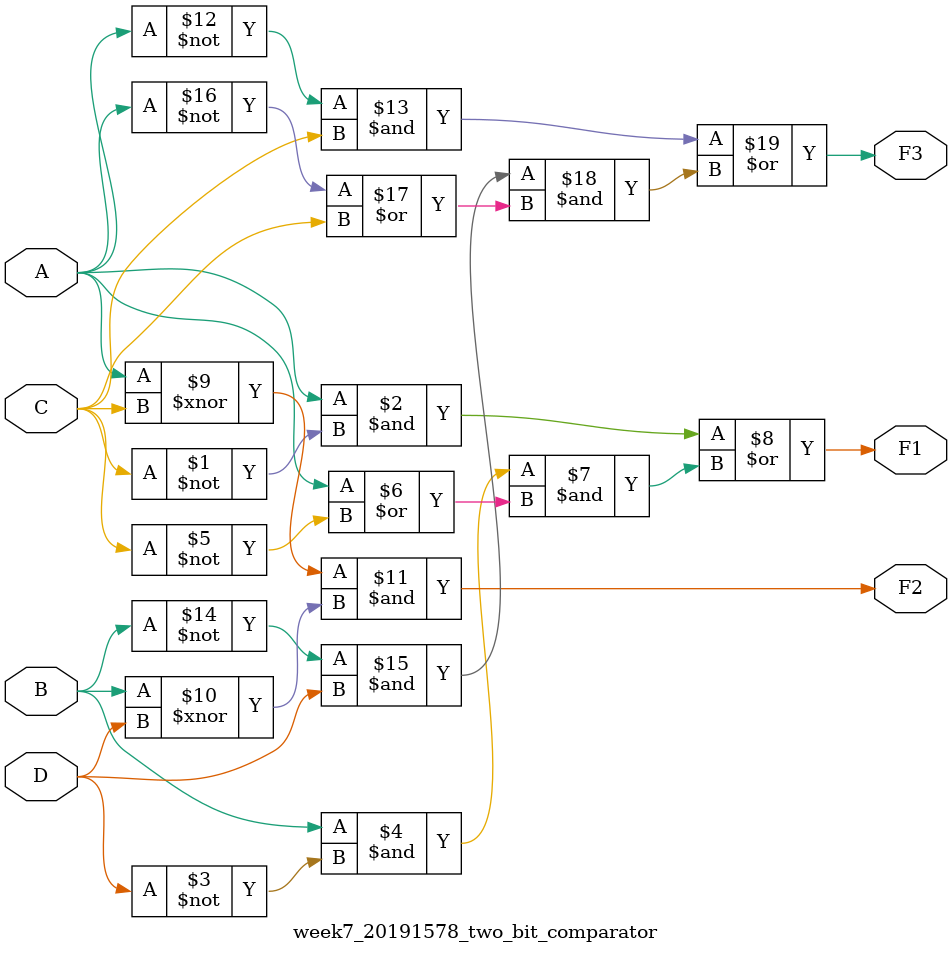
<source format=v>
`timescale 1ns / 1ps


module week7_20191578_two_bit_comparator(
    input A,
    input B,
    input C,
    input D,
    output F1,
    output F2,
    output F3
    );
    assign F1=A&(~C)|B&(~D)&(A|(~C));
    assign F2=(A^~C)&(B^~D);
    assign F3=(~A)&C|(~B)&D&((~A)|C);
endmodule

</source>
